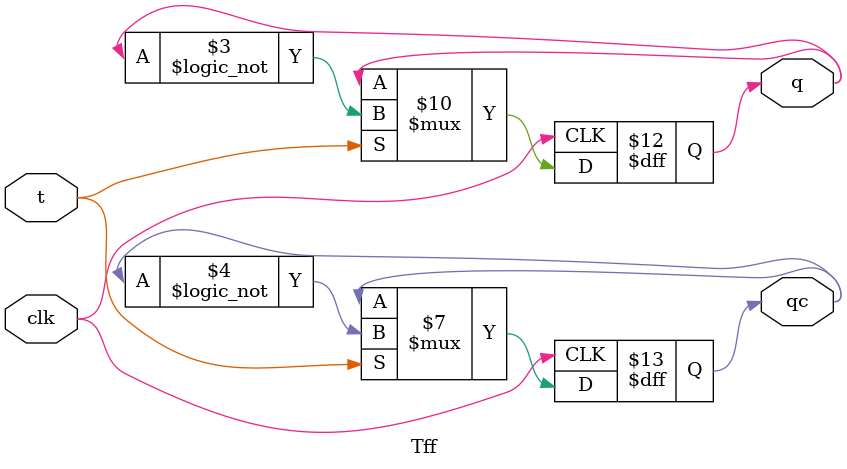
<source format=v>
module Tff(t,clk,q,qc);
output q,qc;
input t,clk;
reg q,qc;
initial
begin
q=0;
qc=1;
end
always@(posedge clk)
begin
	if(clk)
	begin
		if(t==0)
		begin
			q=q;
			qc=qc;
		end
		else
		begin
			q=!q;
			qc=!qc;
		end
	end
end
endmodule

</source>
